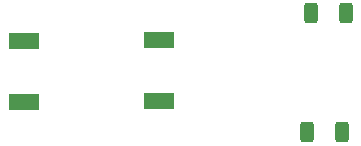
<source format=gbp>
%TF.GenerationSoftware,KiCad,Pcbnew,(6.0.4-0)*%
%TF.CreationDate,2022-05-11T16:37:37-04:00*%
%TF.ProjectId,Master_Warning,4d617374-6572-45f5-9761-726e696e672e,v02*%
%TF.SameCoordinates,Original*%
%TF.FileFunction,Paste,Bot*%
%TF.FilePolarity,Positive*%
%FSLAX46Y46*%
G04 Gerber Fmt 4.6, Leading zero omitted, Abs format (unit mm)*
G04 Created by KiCad (PCBNEW (6.0.4-0)) date 2022-05-11 16:37:37*
%MOMM*%
%LPD*%
G01*
G04 APERTURE LIST*
G04 Aperture macros list*
%AMRoundRect*
0 Rectangle with rounded corners*
0 $1 Rounding radius*
0 $2 $3 $4 $5 $6 $7 $8 $9 X,Y pos of 4 corners*
0 Add a 4 corners polygon primitive as box body*
4,1,4,$2,$3,$4,$5,$6,$7,$8,$9,$2,$3,0*
0 Add four circle primitives for the rounded corners*
1,1,$1+$1,$2,$3*
1,1,$1+$1,$4,$5*
1,1,$1+$1,$6,$7*
1,1,$1+$1,$8,$9*
0 Add four rect primitives between the rounded corners*
20,1,$1+$1,$2,$3,$4,$5,0*
20,1,$1+$1,$4,$5,$6,$7,0*
20,1,$1+$1,$6,$7,$8,$9,0*
20,1,$1+$1,$8,$9,$2,$3,0*%
G04 Aperture macros list end*
%ADD10R,2.600000X1.400000*%
%ADD11RoundRect,0.249998X-0.312502X-0.625002X0.312502X-0.625002X0.312502X0.625002X-0.312502X0.625002X0*%
G04 APERTURE END LIST*
D10*
%TO.C,D1*%
X205019401Y-88993178D03*
X205019401Y-83793178D03*
%TD*%
%TO.C,D2*%
X216416997Y-88925978D03*
X216416997Y-83725978D03*
%TD*%
D11*
%TO.C,R1*%
X229349849Y-81470612D03*
X232274849Y-81470612D03*
%TD*%
%TO.C,R2*%
X229001537Y-91535306D03*
X231926537Y-91535306D03*
%TD*%
M02*

</source>
